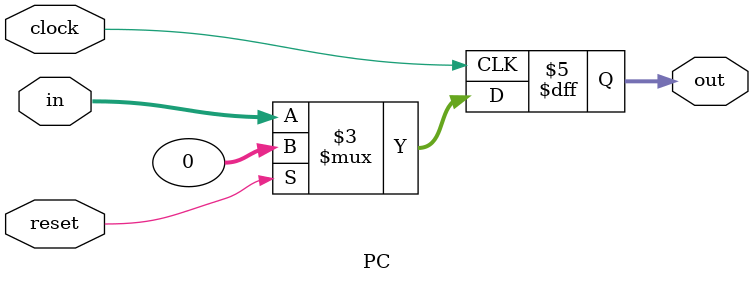
<source format=v>
`timescale 1ns / 1ps
module PC(input [31:0] in, input clock, input reset, output reg [31:0] out);
	
	
	always@(posedge clock)
	begin
		if(reset)
		begin
			out <= 32'b000000000000000000000000000000000; 	//inital PC
		end
		else
		begin
			out <= in; 	//new PC value
		end
		
	end

endmodule

</source>
